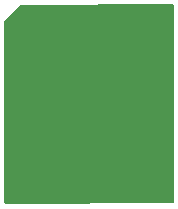
<source format=gbr>
G04 EAGLE Gerber X2 export*
%TF.Part,Single*%
%TF.FileFunction,Other,stiffener on bottom layer*%
%TF.FilePolarity,Positive*%
%TF.GenerationSoftware,Autodesk,EAGLE,9.6.2*%
%TF.CreationDate,2020-07-07T11:12:48Z*%
G75*
%MOMM*%
%FSLAX34Y34*%
%LPD*%
%INstiffener bottom*%
%AMOC8*
5,1,8,0,0,1.08239X$1,22.5*%
G01*

G36*
X168505Y-33523D02*
X168505Y-33523D01*
X168529Y-33520D01*
X168552Y-33522D01*
X168701Y-33500D01*
X168851Y-33482D01*
X168874Y-33474D01*
X168897Y-33471D01*
X169037Y-33415D01*
X169179Y-33363D01*
X169199Y-33351D01*
X169221Y-33342D01*
X169345Y-33256D01*
X169471Y-33173D01*
X169488Y-33156D01*
X169507Y-33143D01*
X169608Y-33031D01*
X169713Y-32922D01*
X169725Y-32902D01*
X169740Y-32884D01*
X169814Y-32752D01*
X169890Y-32622D01*
X169897Y-32600D01*
X169909Y-32579D01*
X169950Y-32433D01*
X169995Y-32290D01*
X169997Y-32267D01*
X170004Y-32244D01*
X170023Y-32000D01*
X170023Y133500D01*
X170020Y133529D01*
X170022Y133558D01*
X170000Y133702D01*
X169983Y133846D01*
X169974Y133874D01*
X169969Y133903D01*
X169915Y134038D01*
X169866Y134174D01*
X169850Y134199D01*
X169839Y134226D01*
X169756Y134345D01*
X169677Y134467D01*
X169656Y134487D01*
X169639Y134511D01*
X169531Y134608D01*
X169426Y134709D01*
X169401Y134724D01*
X169379Y134744D01*
X169252Y134814D01*
X169127Y134888D01*
X169099Y134897D01*
X169074Y134911D01*
X168934Y134950D01*
X168795Y134994D01*
X168766Y134997D01*
X168738Y135005D01*
X168494Y135023D01*
X40494Y134523D01*
X40371Y134509D01*
X40248Y134502D01*
X40199Y134488D01*
X40148Y134482D01*
X40032Y134440D01*
X39913Y134406D01*
X39869Y134381D01*
X39820Y134363D01*
X39717Y134296D01*
X39609Y134236D01*
X39560Y134194D01*
X39528Y134173D01*
X39496Y134139D01*
X39423Y134077D01*
X26423Y121077D01*
X26344Y120978D01*
X26260Y120884D01*
X26236Y120842D01*
X26206Y120804D01*
X26152Y120690D01*
X26091Y120579D01*
X26078Y120533D01*
X26057Y120489D01*
X26031Y120366D01*
X25996Y120244D01*
X25992Y120183D01*
X25984Y120148D01*
X25985Y120100D01*
X25977Y120000D01*
X25977Y-32500D01*
X25980Y-32529D01*
X25978Y-32558D01*
X26000Y-32701D01*
X26017Y-32846D01*
X26026Y-32873D01*
X26031Y-32902D01*
X26085Y-33037D01*
X26134Y-33174D01*
X26150Y-33199D01*
X26161Y-33226D01*
X26244Y-33345D01*
X26323Y-33467D01*
X26344Y-33487D01*
X26361Y-33511D01*
X26469Y-33608D01*
X26574Y-33709D01*
X26599Y-33724D01*
X26620Y-33743D01*
X26748Y-33814D01*
X26873Y-33888D01*
X26900Y-33897D01*
X26926Y-33911D01*
X27067Y-33950D01*
X27205Y-33994D01*
X27234Y-33997D01*
X27262Y-34004D01*
X27505Y-34023D01*
X168505Y-33523D01*
G37*
M02*

</source>
